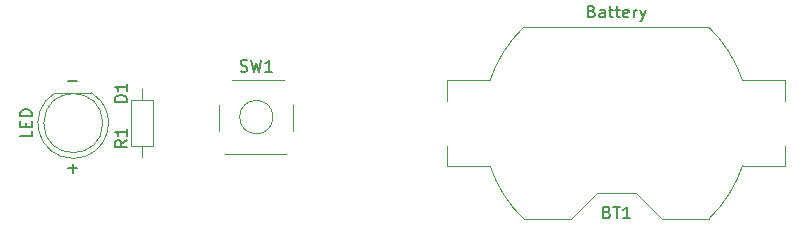
<source format=gto>
%TF.GenerationSoftware,KiCad,Pcbnew,7.0.10*%
%TF.CreationDate,2024-05-07T16:57:11-04:00*%
%TF.ProjectId,Proj 1 - LED torch,50726f6a-2031-4202-9d20-4c454420746f,0.1*%
%TF.SameCoordinates,Original*%
%TF.FileFunction,Legend,Top*%
%TF.FilePolarity,Positive*%
%FSLAX46Y46*%
G04 Gerber Fmt 4.6, Leading zero omitted, Abs format (unit mm)*
G04 Created by KiCad (PCBNEW 7.0.10) date 2024-05-07 16:57:11*
%MOMM*%
%LPD*%
G01*
G04 APERTURE LIST*
%ADD10C,0.150000*%
%ADD11C,0.120000*%
G04 APERTURE END LIST*
D10*
X117430779Y-110740866D02*
X118192684Y-110740866D01*
X117430779Y-118106866D02*
X118192684Y-118106866D01*
X117811731Y-118487819D02*
X117811731Y-117725914D01*
X163044285Y-121851009D02*
X163187142Y-121898628D01*
X163187142Y-121898628D02*
X163234761Y-121946247D01*
X163234761Y-121946247D02*
X163282380Y-122041485D01*
X163282380Y-122041485D02*
X163282380Y-122184342D01*
X163282380Y-122184342D02*
X163234761Y-122279580D01*
X163234761Y-122279580D02*
X163187142Y-122327200D01*
X163187142Y-122327200D02*
X163091904Y-122374819D01*
X163091904Y-122374819D02*
X162710952Y-122374819D01*
X162710952Y-122374819D02*
X162710952Y-121374819D01*
X162710952Y-121374819D02*
X163044285Y-121374819D01*
X163044285Y-121374819D02*
X163139523Y-121422438D01*
X163139523Y-121422438D02*
X163187142Y-121470057D01*
X163187142Y-121470057D02*
X163234761Y-121565295D01*
X163234761Y-121565295D02*
X163234761Y-121660533D01*
X163234761Y-121660533D02*
X163187142Y-121755771D01*
X163187142Y-121755771D02*
X163139523Y-121803390D01*
X163139523Y-121803390D02*
X163044285Y-121851009D01*
X163044285Y-121851009D02*
X162710952Y-121851009D01*
X163568095Y-121374819D02*
X164139523Y-121374819D01*
X163853809Y-122374819D02*
X163853809Y-121374819D01*
X164996666Y-122374819D02*
X164425238Y-122374819D01*
X164710952Y-122374819D02*
X164710952Y-121374819D01*
X164710952Y-121374819D02*
X164615714Y-121517676D01*
X164615714Y-121517676D02*
X164520476Y-121612914D01*
X164520476Y-121612914D02*
X164425238Y-121660533D01*
X161758570Y-104833009D02*
X161901427Y-104880628D01*
X161901427Y-104880628D02*
X161949046Y-104928247D01*
X161949046Y-104928247D02*
X161996665Y-105023485D01*
X161996665Y-105023485D02*
X161996665Y-105166342D01*
X161996665Y-105166342D02*
X161949046Y-105261580D01*
X161949046Y-105261580D02*
X161901427Y-105309200D01*
X161901427Y-105309200D02*
X161806189Y-105356819D01*
X161806189Y-105356819D02*
X161425237Y-105356819D01*
X161425237Y-105356819D02*
X161425237Y-104356819D01*
X161425237Y-104356819D02*
X161758570Y-104356819D01*
X161758570Y-104356819D02*
X161853808Y-104404438D01*
X161853808Y-104404438D02*
X161901427Y-104452057D01*
X161901427Y-104452057D02*
X161949046Y-104547295D01*
X161949046Y-104547295D02*
X161949046Y-104642533D01*
X161949046Y-104642533D02*
X161901427Y-104737771D01*
X161901427Y-104737771D02*
X161853808Y-104785390D01*
X161853808Y-104785390D02*
X161758570Y-104833009D01*
X161758570Y-104833009D02*
X161425237Y-104833009D01*
X162853808Y-105356819D02*
X162853808Y-104833009D01*
X162853808Y-104833009D02*
X162806189Y-104737771D01*
X162806189Y-104737771D02*
X162710951Y-104690152D01*
X162710951Y-104690152D02*
X162520475Y-104690152D01*
X162520475Y-104690152D02*
X162425237Y-104737771D01*
X162853808Y-105309200D02*
X162758570Y-105356819D01*
X162758570Y-105356819D02*
X162520475Y-105356819D01*
X162520475Y-105356819D02*
X162425237Y-105309200D01*
X162425237Y-105309200D02*
X162377618Y-105213961D01*
X162377618Y-105213961D02*
X162377618Y-105118723D01*
X162377618Y-105118723D02*
X162425237Y-105023485D01*
X162425237Y-105023485D02*
X162520475Y-104975866D01*
X162520475Y-104975866D02*
X162758570Y-104975866D01*
X162758570Y-104975866D02*
X162853808Y-104928247D01*
X163187142Y-104690152D02*
X163568094Y-104690152D01*
X163329999Y-104356819D02*
X163329999Y-105213961D01*
X163329999Y-105213961D02*
X163377618Y-105309200D01*
X163377618Y-105309200D02*
X163472856Y-105356819D01*
X163472856Y-105356819D02*
X163568094Y-105356819D01*
X163758571Y-104690152D02*
X164139523Y-104690152D01*
X163901428Y-104356819D02*
X163901428Y-105213961D01*
X163901428Y-105213961D02*
X163949047Y-105309200D01*
X163949047Y-105309200D02*
X164044285Y-105356819D01*
X164044285Y-105356819D02*
X164139523Y-105356819D01*
X164853809Y-105309200D02*
X164758571Y-105356819D01*
X164758571Y-105356819D02*
X164568095Y-105356819D01*
X164568095Y-105356819D02*
X164472857Y-105309200D01*
X164472857Y-105309200D02*
X164425238Y-105213961D01*
X164425238Y-105213961D02*
X164425238Y-104833009D01*
X164425238Y-104833009D02*
X164472857Y-104737771D01*
X164472857Y-104737771D02*
X164568095Y-104690152D01*
X164568095Y-104690152D02*
X164758571Y-104690152D01*
X164758571Y-104690152D02*
X164853809Y-104737771D01*
X164853809Y-104737771D02*
X164901428Y-104833009D01*
X164901428Y-104833009D02*
X164901428Y-104928247D01*
X164901428Y-104928247D02*
X164425238Y-105023485D01*
X165330000Y-105356819D02*
X165330000Y-104690152D01*
X165330000Y-104880628D02*
X165377619Y-104785390D01*
X165377619Y-104785390D02*
X165425238Y-104737771D01*
X165425238Y-104737771D02*
X165520476Y-104690152D01*
X165520476Y-104690152D02*
X165615714Y-104690152D01*
X165853810Y-104690152D02*
X166091905Y-105356819D01*
X166330000Y-104690152D02*
X166091905Y-105356819D01*
X166091905Y-105356819D02*
X165996667Y-105594914D01*
X165996667Y-105594914D02*
X165949048Y-105642533D01*
X165949048Y-105642533D02*
X165853810Y-105690152D01*
X122374819Y-115736666D02*
X121898628Y-116069999D01*
X122374819Y-116308094D02*
X121374819Y-116308094D01*
X121374819Y-116308094D02*
X121374819Y-115927142D01*
X121374819Y-115927142D02*
X121422438Y-115831904D01*
X121422438Y-115831904D02*
X121470057Y-115784285D01*
X121470057Y-115784285D02*
X121565295Y-115736666D01*
X121565295Y-115736666D02*
X121708152Y-115736666D01*
X121708152Y-115736666D02*
X121803390Y-115784285D01*
X121803390Y-115784285D02*
X121851009Y-115831904D01*
X121851009Y-115831904D02*
X121898628Y-115927142D01*
X121898628Y-115927142D02*
X121898628Y-116308094D01*
X122374819Y-114784285D02*
X122374819Y-115355713D01*
X122374819Y-115069999D02*
X121374819Y-115069999D01*
X121374819Y-115069999D02*
X121517676Y-115165237D01*
X121517676Y-115165237D02*
X121612914Y-115260475D01*
X121612914Y-115260475D02*
X121660533Y-115355713D01*
X122374819Y-112498094D02*
X121374819Y-112498094D01*
X121374819Y-112498094D02*
X121374819Y-112259999D01*
X121374819Y-112259999D02*
X121422438Y-112117142D01*
X121422438Y-112117142D02*
X121517676Y-112021904D01*
X121517676Y-112021904D02*
X121612914Y-111974285D01*
X121612914Y-111974285D02*
X121803390Y-111926666D01*
X121803390Y-111926666D02*
X121946247Y-111926666D01*
X121946247Y-111926666D02*
X122136723Y-111974285D01*
X122136723Y-111974285D02*
X122231961Y-112021904D01*
X122231961Y-112021904D02*
X122327200Y-112117142D01*
X122327200Y-112117142D02*
X122374819Y-112259999D01*
X122374819Y-112259999D02*
X122374819Y-112498094D01*
X122374819Y-110974285D02*
X122374819Y-111545713D01*
X122374819Y-111259999D02*
X121374819Y-111259999D01*
X121374819Y-111259999D02*
X121517676Y-111355237D01*
X121517676Y-111355237D02*
X121612914Y-111450475D01*
X121612914Y-111450475D02*
X121660533Y-111545713D01*
X114350819Y-114942857D02*
X114350819Y-115419047D01*
X114350819Y-115419047D02*
X113350819Y-115419047D01*
X113827009Y-114609523D02*
X113827009Y-114276190D01*
X114350819Y-114133333D02*
X114350819Y-114609523D01*
X114350819Y-114609523D02*
X113350819Y-114609523D01*
X113350819Y-114609523D02*
X113350819Y-114133333D01*
X114350819Y-113704761D02*
X113350819Y-113704761D01*
X113350819Y-113704761D02*
X113350819Y-113466666D01*
X113350819Y-113466666D02*
X113398438Y-113323809D01*
X113398438Y-113323809D02*
X113493676Y-113228571D01*
X113493676Y-113228571D02*
X113588914Y-113180952D01*
X113588914Y-113180952D02*
X113779390Y-113133333D01*
X113779390Y-113133333D02*
X113922247Y-113133333D01*
X113922247Y-113133333D02*
X114112723Y-113180952D01*
X114112723Y-113180952D02*
X114207961Y-113228571D01*
X114207961Y-113228571D02*
X114303200Y-113323809D01*
X114303200Y-113323809D02*
X114350819Y-113466666D01*
X114350819Y-113466666D02*
X114350819Y-113704761D01*
X132016667Y-109899200D02*
X132159524Y-109946819D01*
X132159524Y-109946819D02*
X132397619Y-109946819D01*
X132397619Y-109946819D02*
X132492857Y-109899200D01*
X132492857Y-109899200D02*
X132540476Y-109851580D01*
X132540476Y-109851580D02*
X132588095Y-109756342D01*
X132588095Y-109756342D02*
X132588095Y-109661104D01*
X132588095Y-109661104D02*
X132540476Y-109565866D01*
X132540476Y-109565866D02*
X132492857Y-109518247D01*
X132492857Y-109518247D02*
X132397619Y-109470628D01*
X132397619Y-109470628D02*
X132207143Y-109423009D01*
X132207143Y-109423009D02*
X132111905Y-109375390D01*
X132111905Y-109375390D02*
X132064286Y-109327771D01*
X132064286Y-109327771D02*
X132016667Y-109232533D01*
X132016667Y-109232533D02*
X132016667Y-109137295D01*
X132016667Y-109137295D02*
X132064286Y-109042057D01*
X132064286Y-109042057D02*
X132111905Y-108994438D01*
X132111905Y-108994438D02*
X132207143Y-108946819D01*
X132207143Y-108946819D02*
X132445238Y-108946819D01*
X132445238Y-108946819D02*
X132588095Y-108994438D01*
X132921429Y-108946819D02*
X133159524Y-109946819D01*
X133159524Y-109946819D02*
X133350000Y-109232533D01*
X133350000Y-109232533D02*
X133540476Y-109946819D01*
X133540476Y-109946819D02*
X133778572Y-108946819D01*
X134683333Y-109946819D02*
X134111905Y-109946819D01*
X134397619Y-109946819D02*
X134397619Y-108946819D01*
X134397619Y-108946819D02*
X134302381Y-109089676D01*
X134302381Y-109089676D02*
X134207143Y-109184914D01*
X134207143Y-109184914D02*
X134111905Y-109232533D01*
D11*
%TO.C,BT1*%
X149520000Y-110690000D02*
X153138000Y-110690000D01*
X149520000Y-112400000D02*
X149520000Y-110690000D01*
X149520000Y-116200000D02*
X149520000Y-117910000D01*
X153138000Y-117910000D02*
X149520000Y-117910000D01*
X155982700Y-106190000D02*
X171677300Y-106190000D01*
X159970000Y-122410000D02*
X155982700Y-122410000D01*
X162170000Y-120210000D02*
X159970000Y-122410000D01*
X165490000Y-120210000D02*
X162170000Y-120210000D01*
X165490000Y-120210000D02*
X167690000Y-122410000D01*
X171677300Y-122410000D02*
X167690000Y-122410000D01*
X174522000Y-110690000D02*
X178140000Y-110690000D01*
X178140000Y-112400000D02*
X178140000Y-110690000D01*
X178140000Y-116200000D02*
X178140000Y-117910000D01*
X178140000Y-117910000D02*
X174522000Y-117910000D01*
X155984629Y-106188211D02*
G75*
G03*
X153138001Y-110690000I7845391J-8111799D01*
G01*
X153138000Y-117910000D02*
G75*
G03*
X155984629Y-122411789I10691995J3609996D01*
G01*
X174522000Y-110690000D02*
G75*
G03*
X171675371Y-106188211I-10692000J-3610000D01*
G01*
X171675371Y-122411789D02*
G75*
G03*
X174522000Y-117910000I-7845391J8111801D01*
G01*
%TO.C,R1*%
X123698000Y-117170000D02*
X123698000Y-116220000D01*
X122778000Y-116220000D02*
X124618000Y-116220000D01*
X124618000Y-116220000D02*
X124618000Y-112380000D01*
X122778000Y-112380000D02*
X122778000Y-116220000D01*
X124618000Y-112380000D02*
X122778000Y-112380000D01*
X123698000Y-111430000D02*
X123698000Y-112380000D01*
%TO.C,D1*%
X119401000Y-111740000D02*
X116311000Y-111740000D01*
X117855538Y-117289999D02*
G75*
G03*
X119400830Y-111740001I462J2989999D01*
G01*
X116311170Y-111740000D02*
G75*
G03*
X117856462Y-117290000I1544830J-2560000D01*
G01*
X120356000Y-114300000D02*
G75*
G03*
X115356000Y-114300000I-2500000J0D01*
G01*
X115356000Y-114300000D02*
G75*
G03*
X120356000Y-114300000I2500000J0D01*
G01*
%TO.C,SW1*%
X130230000Y-114942000D02*
X130230000Y-112742000D01*
X130700000Y-116912000D02*
X135900000Y-116912000D01*
X131300000Y-110672000D02*
X135700000Y-110672000D01*
X136470000Y-112742000D02*
X136470000Y-114942000D01*
X134764214Y-113792000D02*
G75*
G03*
X131935786Y-113792000I-1414214J0D01*
G01*
X131935786Y-113792000D02*
G75*
G03*
X134764214Y-113792000I1414214J0D01*
G01*
%TD*%
M02*

</source>
